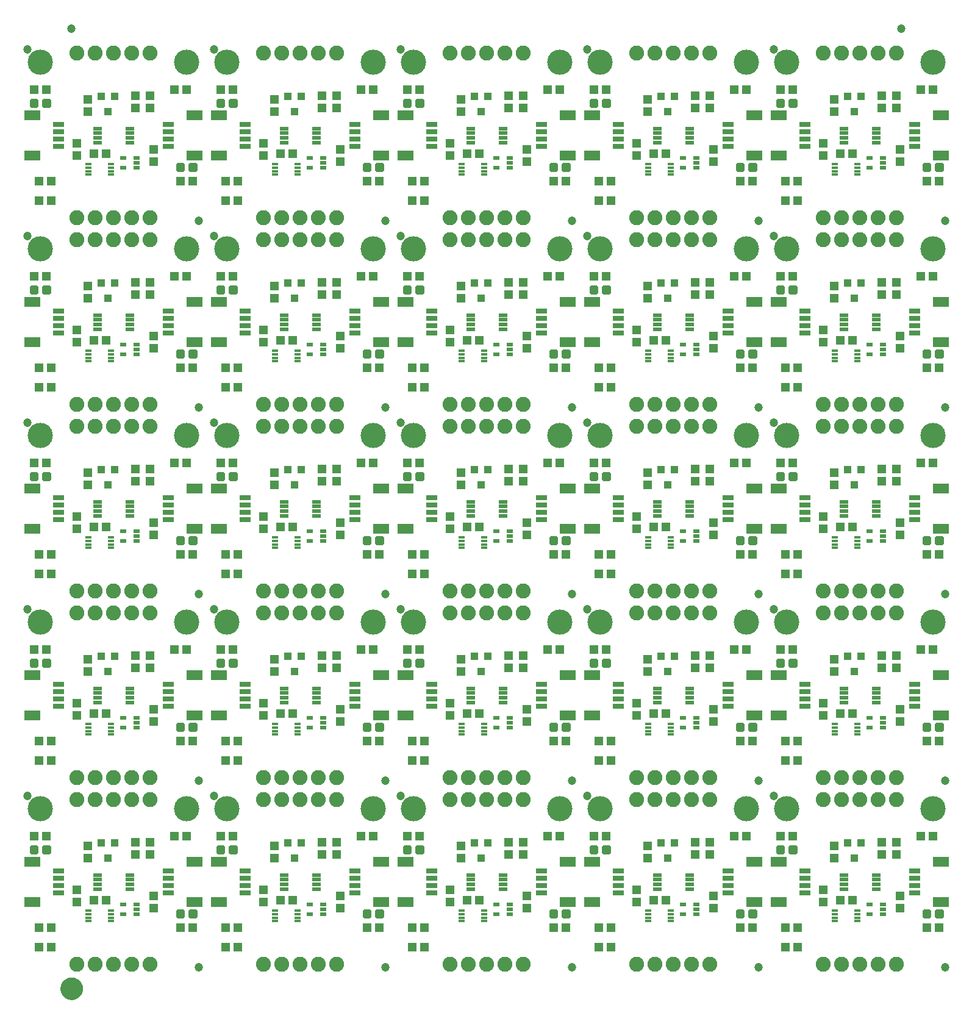
<source format=gts>
G04 EAGLE Gerber RS-274X export*
G75*
%MOMM*%
%FSLAX34Y34*%
%LPD*%
%INSoldermask Top*%
%IPPOS*%
%AMOC8*
5,1,8,0,0,1.08239X$1,22.5*%
G01*
%ADD10C,3.505200*%
%ADD11C,1.203200*%
%ADD12R,1.303200X1.203200*%
%ADD13R,2.203200X1.403200*%
%ADD14R,1.553200X0.803200*%
%ADD15C,2.082800*%
%ADD16C,0.505344*%
%ADD17R,1.203200X1.303200*%
%ADD18R,1.303200X0.603200*%
%ADD19R,1.003200X1.103200*%
%ADD20R,0.903200X0.623200*%
%ADD21R,0.900000X0.400000*%
%ADD22C,1.270000*%
%ADD23C,1.703200*%


D10*
X25400Y228600D03*
X228600Y228600D03*
D11*
X245110Y8890D03*
X7620Y246380D03*
D12*
X40250Y63500D03*
X23250Y63500D03*
X40250Y36830D03*
X23250Y36830D03*
D13*
X14050Y155000D03*
X14050Y99000D03*
D14*
X50800Y142000D03*
X50800Y132000D03*
X50800Y122000D03*
X50800Y112000D03*
D15*
X152400Y12700D03*
X127000Y12700D03*
X101600Y12700D03*
X76200Y12700D03*
D13*
X239950Y99000D03*
X239950Y155000D03*
D14*
X203200Y112000D03*
X203200Y122000D03*
X203200Y132000D03*
X203200Y142000D03*
D12*
X16900Y190500D03*
X33900Y190500D03*
D16*
X30680Y174940D02*
X30680Y167960D01*
X30680Y174940D02*
X37660Y174940D01*
X37660Y167960D01*
X30680Y167960D01*
X30680Y172760D02*
X37660Y172760D01*
X13140Y174940D02*
X13140Y167960D01*
X13140Y174940D02*
X20120Y174940D01*
X20120Y167960D01*
X13140Y167960D01*
X13140Y172760D02*
X20120Y172760D01*
D17*
X182880Y107560D03*
X182880Y90560D03*
D18*
X149500Y117250D03*
X149500Y123750D03*
X149500Y130250D03*
X149500Y136750D03*
X104500Y136750D03*
X104500Y130250D03*
X104500Y123750D03*
X104500Y117250D03*
D17*
X76200Y116450D03*
X76200Y99450D03*
D16*
X223320Y86040D02*
X223320Y79060D01*
X216340Y79060D01*
X216340Y86040D01*
X223320Y86040D01*
X223320Y83860D02*
X216340Y83860D01*
X240860Y86040D02*
X240860Y79060D01*
X233880Y79060D01*
X233880Y86040D01*
X240860Y86040D01*
X240860Y83860D02*
X233880Y83860D01*
D12*
X237100Y63500D03*
X220100Y63500D03*
D15*
X101600Y241300D03*
X127000Y241300D03*
X152400Y241300D03*
X177800Y241300D03*
D19*
X128880Y181450D03*
X109880Y181450D03*
X119380Y160450D03*
D17*
X157480Y165490D03*
X157480Y182490D03*
X91440Y160410D03*
X91440Y177410D03*
D20*
X140360Y82400D03*
X140360Y95400D03*
X159360Y82400D03*
X159360Y95400D03*
X159360Y88900D03*
D15*
X177800Y12700D03*
X76200Y241300D03*
D17*
X177800Y182490D03*
X177800Y165490D03*
D12*
X211210Y190500D03*
X228210Y190500D03*
D21*
X92450Y87510D03*
X92450Y82510D03*
X92450Y77510D03*
X92450Y72510D03*
X123450Y87510D03*
X123450Y82510D03*
X123450Y77510D03*
X123450Y72510D03*
D12*
X116450Y101600D03*
X99450Y101600D03*
D10*
X284480Y228600D03*
X487680Y228600D03*
D11*
X504190Y8890D03*
X266700Y246380D03*
D12*
X299330Y63500D03*
X282330Y63500D03*
X299330Y36830D03*
X282330Y36830D03*
D13*
X273130Y155000D03*
X273130Y99000D03*
D14*
X309880Y142000D03*
X309880Y132000D03*
X309880Y122000D03*
X309880Y112000D03*
D15*
X411480Y12700D03*
X386080Y12700D03*
X360680Y12700D03*
X335280Y12700D03*
D13*
X499030Y99000D03*
X499030Y155000D03*
D14*
X462280Y112000D03*
X462280Y122000D03*
X462280Y132000D03*
X462280Y142000D03*
D12*
X275980Y190500D03*
X292980Y190500D03*
D16*
X289760Y174940D02*
X289760Y167960D01*
X289760Y174940D02*
X296740Y174940D01*
X296740Y167960D01*
X289760Y167960D01*
X289760Y172760D02*
X296740Y172760D01*
X272220Y174940D02*
X272220Y167960D01*
X272220Y174940D02*
X279200Y174940D01*
X279200Y167960D01*
X272220Y167960D01*
X272220Y172760D02*
X279200Y172760D01*
D17*
X441960Y107560D03*
X441960Y90560D03*
D18*
X408580Y117250D03*
X408580Y123750D03*
X408580Y130250D03*
X408580Y136750D03*
X363580Y136750D03*
X363580Y130250D03*
X363580Y123750D03*
X363580Y117250D03*
D17*
X335280Y116450D03*
X335280Y99450D03*
D16*
X482400Y86040D02*
X482400Y79060D01*
X475420Y79060D01*
X475420Y86040D01*
X482400Y86040D01*
X482400Y83860D02*
X475420Y83860D01*
X499940Y86040D02*
X499940Y79060D01*
X492960Y79060D01*
X492960Y86040D01*
X499940Y86040D01*
X499940Y83860D02*
X492960Y83860D01*
D12*
X496180Y63500D03*
X479180Y63500D03*
D15*
X360680Y241300D03*
X386080Y241300D03*
X411480Y241300D03*
X436880Y241300D03*
D19*
X387960Y181450D03*
X368960Y181450D03*
X378460Y160450D03*
D17*
X416560Y165490D03*
X416560Y182490D03*
X350520Y160410D03*
X350520Y177410D03*
D20*
X399440Y82400D03*
X399440Y95400D03*
X418440Y82400D03*
X418440Y95400D03*
X418440Y88900D03*
D15*
X436880Y12700D03*
X335280Y241300D03*
D17*
X436880Y182490D03*
X436880Y165490D03*
D12*
X470290Y190500D03*
X487290Y190500D03*
D21*
X351530Y87510D03*
X351530Y82510D03*
X351530Y77510D03*
X351530Y72510D03*
X382530Y87510D03*
X382530Y82510D03*
X382530Y77510D03*
X382530Y72510D03*
D12*
X375530Y101600D03*
X358530Y101600D03*
D10*
X543560Y228600D03*
X746760Y228600D03*
D11*
X763270Y8890D03*
X525780Y246380D03*
D12*
X558410Y63500D03*
X541410Y63500D03*
X558410Y36830D03*
X541410Y36830D03*
D13*
X532210Y155000D03*
X532210Y99000D03*
D14*
X568960Y142000D03*
X568960Y132000D03*
X568960Y122000D03*
X568960Y112000D03*
D15*
X670560Y12700D03*
X645160Y12700D03*
X619760Y12700D03*
X594360Y12700D03*
D13*
X758110Y99000D03*
X758110Y155000D03*
D14*
X721360Y112000D03*
X721360Y122000D03*
X721360Y132000D03*
X721360Y142000D03*
D12*
X535060Y190500D03*
X552060Y190500D03*
D16*
X548840Y174940D02*
X548840Y167960D01*
X548840Y174940D02*
X555820Y174940D01*
X555820Y167960D01*
X548840Y167960D01*
X548840Y172760D02*
X555820Y172760D01*
X531300Y174940D02*
X531300Y167960D01*
X531300Y174940D02*
X538280Y174940D01*
X538280Y167960D01*
X531300Y167960D01*
X531300Y172760D02*
X538280Y172760D01*
D17*
X701040Y107560D03*
X701040Y90560D03*
D18*
X667660Y117250D03*
X667660Y123750D03*
X667660Y130250D03*
X667660Y136750D03*
X622660Y136750D03*
X622660Y130250D03*
X622660Y123750D03*
X622660Y117250D03*
D17*
X594360Y116450D03*
X594360Y99450D03*
D16*
X741480Y86040D02*
X741480Y79060D01*
X734500Y79060D01*
X734500Y86040D01*
X741480Y86040D01*
X741480Y83860D02*
X734500Y83860D01*
X759020Y86040D02*
X759020Y79060D01*
X752040Y79060D01*
X752040Y86040D01*
X759020Y86040D01*
X759020Y83860D02*
X752040Y83860D01*
D12*
X755260Y63500D03*
X738260Y63500D03*
D15*
X619760Y241300D03*
X645160Y241300D03*
X670560Y241300D03*
X695960Y241300D03*
D19*
X647040Y181450D03*
X628040Y181450D03*
X637540Y160450D03*
D17*
X675640Y165490D03*
X675640Y182490D03*
X609600Y160410D03*
X609600Y177410D03*
D20*
X658520Y82400D03*
X658520Y95400D03*
X677520Y82400D03*
X677520Y95400D03*
X677520Y88900D03*
D15*
X695960Y12700D03*
X594360Y241300D03*
D17*
X695960Y182490D03*
X695960Y165490D03*
D12*
X729370Y190500D03*
X746370Y190500D03*
D21*
X610610Y87510D03*
X610610Y82510D03*
X610610Y77510D03*
X610610Y72510D03*
X641610Y87510D03*
X641610Y82510D03*
X641610Y77510D03*
X641610Y72510D03*
D12*
X634610Y101600D03*
X617610Y101600D03*
D10*
X802640Y228600D03*
X1005840Y228600D03*
D11*
X1022350Y8890D03*
X784860Y246380D03*
D12*
X817490Y63500D03*
X800490Y63500D03*
X817490Y36830D03*
X800490Y36830D03*
D13*
X791290Y155000D03*
X791290Y99000D03*
D14*
X828040Y142000D03*
X828040Y132000D03*
X828040Y122000D03*
X828040Y112000D03*
D15*
X929640Y12700D03*
X904240Y12700D03*
X878840Y12700D03*
X853440Y12700D03*
D13*
X1017190Y99000D03*
X1017190Y155000D03*
D14*
X980440Y112000D03*
X980440Y122000D03*
X980440Y132000D03*
X980440Y142000D03*
D12*
X794140Y190500D03*
X811140Y190500D03*
D16*
X807920Y174940D02*
X807920Y167960D01*
X807920Y174940D02*
X814900Y174940D01*
X814900Y167960D01*
X807920Y167960D01*
X807920Y172760D02*
X814900Y172760D01*
X790380Y174940D02*
X790380Y167960D01*
X790380Y174940D02*
X797360Y174940D01*
X797360Y167960D01*
X790380Y167960D01*
X790380Y172760D02*
X797360Y172760D01*
D17*
X960120Y107560D03*
X960120Y90560D03*
D18*
X926740Y117250D03*
X926740Y123750D03*
X926740Y130250D03*
X926740Y136750D03*
X881740Y136750D03*
X881740Y130250D03*
X881740Y123750D03*
X881740Y117250D03*
D17*
X853440Y116450D03*
X853440Y99450D03*
D16*
X1000560Y86040D02*
X1000560Y79060D01*
X993580Y79060D01*
X993580Y86040D01*
X1000560Y86040D01*
X1000560Y83860D02*
X993580Y83860D01*
X1018100Y86040D02*
X1018100Y79060D01*
X1011120Y79060D01*
X1011120Y86040D01*
X1018100Y86040D01*
X1018100Y83860D02*
X1011120Y83860D01*
D12*
X1014340Y63500D03*
X997340Y63500D03*
D15*
X878840Y241300D03*
X904240Y241300D03*
X929640Y241300D03*
X955040Y241300D03*
D19*
X906120Y181450D03*
X887120Y181450D03*
X896620Y160450D03*
D17*
X934720Y165490D03*
X934720Y182490D03*
X868680Y160410D03*
X868680Y177410D03*
D20*
X917600Y82400D03*
X917600Y95400D03*
X936600Y82400D03*
X936600Y95400D03*
X936600Y88900D03*
D15*
X955040Y12700D03*
X853440Y241300D03*
D17*
X955040Y182490D03*
X955040Y165490D03*
D12*
X988450Y190500D03*
X1005450Y190500D03*
D21*
X869690Y87510D03*
X869690Y82510D03*
X869690Y77510D03*
X869690Y72510D03*
X900690Y87510D03*
X900690Y82510D03*
X900690Y77510D03*
X900690Y72510D03*
D12*
X893690Y101600D03*
X876690Y101600D03*
D10*
X1061720Y228600D03*
X1264920Y228600D03*
D11*
X1281430Y8890D03*
X1043940Y246380D03*
D12*
X1076570Y63500D03*
X1059570Y63500D03*
X1076570Y36830D03*
X1059570Y36830D03*
D13*
X1050370Y155000D03*
X1050370Y99000D03*
D14*
X1087120Y142000D03*
X1087120Y132000D03*
X1087120Y122000D03*
X1087120Y112000D03*
D15*
X1188720Y12700D03*
X1163320Y12700D03*
X1137920Y12700D03*
X1112520Y12700D03*
D13*
X1276270Y99000D03*
X1276270Y155000D03*
D14*
X1239520Y112000D03*
X1239520Y122000D03*
X1239520Y132000D03*
X1239520Y142000D03*
D12*
X1053220Y190500D03*
X1070220Y190500D03*
D16*
X1067000Y174940D02*
X1067000Y167960D01*
X1067000Y174940D02*
X1073980Y174940D01*
X1073980Y167960D01*
X1067000Y167960D01*
X1067000Y172760D02*
X1073980Y172760D01*
X1049460Y174940D02*
X1049460Y167960D01*
X1049460Y174940D02*
X1056440Y174940D01*
X1056440Y167960D01*
X1049460Y167960D01*
X1049460Y172760D02*
X1056440Y172760D01*
D17*
X1219200Y107560D03*
X1219200Y90560D03*
D18*
X1185820Y117250D03*
X1185820Y123750D03*
X1185820Y130250D03*
X1185820Y136750D03*
X1140820Y136750D03*
X1140820Y130250D03*
X1140820Y123750D03*
X1140820Y117250D03*
D17*
X1112520Y116450D03*
X1112520Y99450D03*
D16*
X1259640Y86040D02*
X1259640Y79060D01*
X1252660Y79060D01*
X1252660Y86040D01*
X1259640Y86040D01*
X1259640Y83860D02*
X1252660Y83860D01*
X1277180Y86040D02*
X1277180Y79060D01*
X1270200Y79060D01*
X1270200Y86040D01*
X1277180Y86040D01*
X1277180Y83860D02*
X1270200Y83860D01*
D12*
X1273420Y63500D03*
X1256420Y63500D03*
D15*
X1137920Y241300D03*
X1163320Y241300D03*
X1188720Y241300D03*
X1214120Y241300D03*
D19*
X1165200Y181450D03*
X1146200Y181450D03*
X1155700Y160450D03*
D17*
X1193800Y165490D03*
X1193800Y182490D03*
X1127760Y160410D03*
X1127760Y177410D03*
D20*
X1176680Y82400D03*
X1176680Y95400D03*
X1195680Y82400D03*
X1195680Y95400D03*
X1195680Y88900D03*
D15*
X1214120Y12700D03*
X1112520Y241300D03*
D17*
X1214120Y182490D03*
X1214120Y165490D03*
D12*
X1247530Y190500D03*
X1264530Y190500D03*
D21*
X1128770Y87510D03*
X1128770Y82510D03*
X1128770Y77510D03*
X1128770Y72510D03*
X1159770Y87510D03*
X1159770Y82510D03*
X1159770Y77510D03*
X1159770Y72510D03*
D12*
X1152770Y101600D03*
X1135770Y101600D03*
D10*
X25400Y487680D03*
X228600Y487680D03*
D11*
X245110Y267970D03*
X7620Y505460D03*
D12*
X40250Y322580D03*
X23250Y322580D03*
X40250Y295910D03*
X23250Y295910D03*
D13*
X14050Y414080D03*
X14050Y358080D03*
D14*
X50800Y401080D03*
X50800Y391080D03*
X50800Y381080D03*
X50800Y371080D03*
D15*
X152400Y271780D03*
X127000Y271780D03*
X101600Y271780D03*
X76200Y271780D03*
D13*
X239950Y358080D03*
X239950Y414080D03*
D14*
X203200Y371080D03*
X203200Y381080D03*
X203200Y391080D03*
X203200Y401080D03*
D12*
X16900Y449580D03*
X33900Y449580D03*
D16*
X30680Y434020D02*
X30680Y427040D01*
X30680Y434020D02*
X37660Y434020D01*
X37660Y427040D01*
X30680Y427040D01*
X30680Y431840D02*
X37660Y431840D01*
X13140Y434020D02*
X13140Y427040D01*
X13140Y434020D02*
X20120Y434020D01*
X20120Y427040D01*
X13140Y427040D01*
X13140Y431840D02*
X20120Y431840D01*
D17*
X182880Y366640D03*
X182880Y349640D03*
D18*
X149500Y376330D03*
X149500Y382830D03*
X149500Y389330D03*
X149500Y395830D03*
X104500Y395830D03*
X104500Y389330D03*
X104500Y382830D03*
X104500Y376330D03*
D17*
X76200Y375530D03*
X76200Y358530D03*
D16*
X223320Y345120D02*
X223320Y338140D01*
X216340Y338140D01*
X216340Y345120D01*
X223320Y345120D01*
X223320Y342940D02*
X216340Y342940D01*
X240860Y345120D02*
X240860Y338140D01*
X233880Y338140D01*
X233880Y345120D01*
X240860Y345120D01*
X240860Y342940D02*
X233880Y342940D01*
D12*
X237100Y322580D03*
X220100Y322580D03*
D15*
X101600Y500380D03*
X127000Y500380D03*
X152400Y500380D03*
X177800Y500380D03*
D19*
X128880Y440530D03*
X109880Y440530D03*
X119380Y419530D03*
D17*
X157480Y424570D03*
X157480Y441570D03*
X91440Y419490D03*
X91440Y436490D03*
D20*
X140360Y341480D03*
X140360Y354480D03*
X159360Y341480D03*
X159360Y354480D03*
X159360Y347980D03*
D15*
X177800Y271780D03*
X76200Y500380D03*
D17*
X177800Y441570D03*
X177800Y424570D03*
D12*
X211210Y449580D03*
X228210Y449580D03*
D21*
X92450Y346590D03*
X92450Y341590D03*
X92450Y336590D03*
X92450Y331590D03*
X123450Y346590D03*
X123450Y341590D03*
X123450Y336590D03*
X123450Y331590D03*
D12*
X116450Y360680D03*
X99450Y360680D03*
D10*
X284480Y487680D03*
X487680Y487680D03*
D11*
X504190Y267970D03*
X266700Y505460D03*
D12*
X299330Y322580D03*
X282330Y322580D03*
X299330Y295910D03*
X282330Y295910D03*
D13*
X273130Y414080D03*
X273130Y358080D03*
D14*
X309880Y401080D03*
X309880Y391080D03*
X309880Y381080D03*
X309880Y371080D03*
D15*
X411480Y271780D03*
X386080Y271780D03*
X360680Y271780D03*
X335280Y271780D03*
D13*
X499030Y358080D03*
X499030Y414080D03*
D14*
X462280Y371080D03*
X462280Y381080D03*
X462280Y391080D03*
X462280Y401080D03*
D12*
X275980Y449580D03*
X292980Y449580D03*
D16*
X289760Y434020D02*
X289760Y427040D01*
X289760Y434020D02*
X296740Y434020D01*
X296740Y427040D01*
X289760Y427040D01*
X289760Y431840D02*
X296740Y431840D01*
X272220Y434020D02*
X272220Y427040D01*
X272220Y434020D02*
X279200Y434020D01*
X279200Y427040D01*
X272220Y427040D01*
X272220Y431840D02*
X279200Y431840D01*
D17*
X441960Y366640D03*
X441960Y349640D03*
D18*
X408580Y376330D03*
X408580Y382830D03*
X408580Y389330D03*
X408580Y395830D03*
X363580Y395830D03*
X363580Y389330D03*
X363580Y382830D03*
X363580Y376330D03*
D17*
X335280Y375530D03*
X335280Y358530D03*
D16*
X482400Y345120D02*
X482400Y338140D01*
X475420Y338140D01*
X475420Y345120D01*
X482400Y345120D01*
X482400Y342940D02*
X475420Y342940D01*
X499940Y345120D02*
X499940Y338140D01*
X492960Y338140D01*
X492960Y345120D01*
X499940Y345120D01*
X499940Y342940D02*
X492960Y342940D01*
D12*
X496180Y322580D03*
X479180Y322580D03*
D15*
X360680Y500380D03*
X386080Y500380D03*
X411480Y500380D03*
X436880Y500380D03*
D19*
X387960Y440530D03*
X368960Y440530D03*
X378460Y419530D03*
D17*
X416560Y424570D03*
X416560Y441570D03*
X350520Y419490D03*
X350520Y436490D03*
D20*
X399440Y341480D03*
X399440Y354480D03*
X418440Y341480D03*
X418440Y354480D03*
X418440Y347980D03*
D15*
X436880Y271780D03*
X335280Y500380D03*
D17*
X436880Y441570D03*
X436880Y424570D03*
D12*
X470290Y449580D03*
X487290Y449580D03*
D21*
X351530Y346590D03*
X351530Y341590D03*
X351530Y336590D03*
X351530Y331590D03*
X382530Y346590D03*
X382530Y341590D03*
X382530Y336590D03*
X382530Y331590D03*
D12*
X375530Y360680D03*
X358530Y360680D03*
D10*
X543560Y487680D03*
X746760Y487680D03*
D11*
X763270Y267970D03*
X525780Y505460D03*
D12*
X558410Y322580D03*
X541410Y322580D03*
X558410Y295910D03*
X541410Y295910D03*
D13*
X532210Y414080D03*
X532210Y358080D03*
D14*
X568960Y401080D03*
X568960Y391080D03*
X568960Y381080D03*
X568960Y371080D03*
D15*
X670560Y271780D03*
X645160Y271780D03*
X619760Y271780D03*
X594360Y271780D03*
D13*
X758110Y358080D03*
X758110Y414080D03*
D14*
X721360Y371080D03*
X721360Y381080D03*
X721360Y391080D03*
X721360Y401080D03*
D12*
X535060Y449580D03*
X552060Y449580D03*
D16*
X548840Y434020D02*
X548840Y427040D01*
X548840Y434020D02*
X555820Y434020D01*
X555820Y427040D01*
X548840Y427040D01*
X548840Y431840D02*
X555820Y431840D01*
X531300Y434020D02*
X531300Y427040D01*
X531300Y434020D02*
X538280Y434020D01*
X538280Y427040D01*
X531300Y427040D01*
X531300Y431840D02*
X538280Y431840D01*
D17*
X701040Y366640D03*
X701040Y349640D03*
D18*
X667660Y376330D03*
X667660Y382830D03*
X667660Y389330D03*
X667660Y395830D03*
X622660Y395830D03*
X622660Y389330D03*
X622660Y382830D03*
X622660Y376330D03*
D17*
X594360Y375530D03*
X594360Y358530D03*
D16*
X741480Y345120D02*
X741480Y338140D01*
X734500Y338140D01*
X734500Y345120D01*
X741480Y345120D01*
X741480Y342940D02*
X734500Y342940D01*
X759020Y345120D02*
X759020Y338140D01*
X752040Y338140D01*
X752040Y345120D01*
X759020Y345120D01*
X759020Y342940D02*
X752040Y342940D01*
D12*
X755260Y322580D03*
X738260Y322580D03*
D15*
X619760Y500380D03*
X645160Y500380D03*
X670560Y500380D03*
X695960Y500380D03*
D19*
X647040Y440530D03*
X628040Y440530D03*
X637540Y419530D03*
D17*
X675640Y424570D03*
X675640Y441570D03*
X609600Y419490D03*
X609600Y436490D03*
D20*
X658520Y341480D03*
X658520Y354480D03*
X677520Y341480D03*
X677520Y354480D03*
X677520Y347980D03*
D15*
X695960Y271780D03*
X594360Y500380D03*
D17*
X695960Y441570D03*
X695960Y424570D03*
D12*
X729370Y449580D03*
X746370Y449580D03*
D21*
X610610Y346590D03*
X610610Y341590D03*
X610610Y336590D03*
X610610Y331590D03*
X641610Y346590D03*
X641610Y341590D03*
X641610Y336590D03*
X641610Y331590D03*
D12*
X634610Y360680D03*
X617610Y360680D03*
D10*
X802640Y487680D03*
X1005840Y487680D03*
D11*
X1022350Y267970D03*
X784860Y505460D03*
D12*
X817490Y322580D03*
X800490Y322580D03*
X817490Y295910D03*
X800490Y295910D03*
D13*
X791290Y414080D03*
X791290Y358080D03*
D14*
X828040Y401080D03*
X828040Y391080D03*
X828040Y381080D03*
X828040Y371080D03*
D15*
X929640Y271780D03*
X904240Y271780D03*
X878840Y271780D03*
X853440Y271780D03*
D13*
X1017190Y358080D03*
X1017190Y414080D03*
D14*
X980440Y371080D03*
X980440Y381080D03*
X980440Y391080D03*
X980440Y401080D03*
D12*
X794140Y449580D03*
X811140Y449580D03*
D16*
X807920Y434020D02*
X807920Y427040D01*
X807920Y434020D02*
X814900Y434020D01*
X814900Y427040D01*
X807920Y427040D01*
X807920Y431840D02*
X814900Y431840D01*
X790380Y434020D02*
X790380Y427040D01*
X790380Y434020D02*
X797360Y434020D01*
X797360Y427040D01*
X790380Y427040D01*
X790380Y431840D02*
X797360Y431840D01*
D17*
X960120Y366640D03*
X960120Y349640D03*
D18*
X926740Y376330D03*
X926740Y382830D03*
X926740Y389330D03*
X926740Y395830D03*
X881740Y395830D03*
X881740Y389330D03*
X881740Y382830D03*
X881740Y376330D03*
D17*
X853440Y375530D03*
X853440Y358530D03*
D16*
X1000560Y345120D02*
X1000560Y338140D01*
X993580Y338140D01*
X993580Y345120D01*
X1000560Y345120D01*
X1000560Y342940D02*
X993580Y342940D01*
X1018100Y345120D02*
X1018100Y338140D01*
X1011120Y338140D01*
X1011120Y345120D01*
X1018100Y345120D01*
X1018100Y342940D02*
X1011120Y342940D01*
D12*
X1014340Y322580D03*
X997340Y322580D03*
D15*
X878840Y500380D03*
X904240Y500380D03*
X929640Y500380D03*
X955040Y500380D03*
D19*
X906120Y440530D03*
X887120Y440530D03*
X896620Y419530D03*
D17*
X934720Y424570D03*
X934720Y441570D03*
X868680Y419490D03*
X868680Y436490D03*
D20*
X917600Y341480D03*
X917600Y354480D03*
X936600Y341480D03*
X936600Y354480D03*
X936600Y347980D03*
D15*
X955040Y271780D03*
X853440Y500380D03*
D17*
X955040Y441570D03*
X955040Y424570D03*
D12*
X988450Y449580D03*
X1005450Y449580D03*
D21*
X869690Y346590D03*
X869690Y341590D03*
X869690Y336590D03*
X869690Y331590D03*
X900690Y346590D03*
X900690Y341590D03*
X900690Y336590D03*
X900690Y331590D03*
D12*
X893690Y360680D03*
X876690Y360680D03*
D10*
X1061720Y487680D03*
X1264920Y487680D03*
D11*
X1281430Y267970D03*
X1043940Y505460D03*
D12*
X1076570Y322580D03*
X1059570Y322580D03*
X1076570Y295910D03*
X1059570Y295910D03*
D13*
X1050370Y414080D03*
X1050370Y358080D03*
D14*
X1087120Y401080D03*
X1087120Y391080D03*
X1087120Y381080D03*
X1087120Y371080D03*
D15*
X1188720Y271780D03*
X1163320Y271780D03*
X1137920Y271780D03*
X1112520Y271780D03*
D13*
X1276270Y358080D03*
X1276270Y414080D03*
D14*
X1239520Y371080D03*
X1239520Y381080D03*
X1239520Y391080D03*
X1239520Y401080D03*
D12*
X1053220Y449580D03*
X1070220Y449580D03*
D16*
X1067000Y434020D02*
X1067000Y427040D01*
X1067000Y434020D02*
X1073980Y434020D01*
X1073980Y427040D01*
X1067000Y427040D01*
X1067000Y431840D02*
X1073980Y431840D01*
X1049460Y434020D02*
X1049460Y427040D01*
X1049460Y434020D02*
X1056440Y434020D01*
X1056440Y427040D01*
X1049460Y427040D01*
X1049460Y431840D02*
X1056440Y431840D01*
D17*
X1219200Y366640D03*
X1219200Y349640D03*
D18*
X1185820Y376330D03*
X1185820Y382830D03*
X1185820Y389330D03*
X1185820Y395830D03*
X1140820Y395830D03*
X1140820Y389330D03*
X1140820Y382830D03*
X1140820Y376330D03*
D17*
X1112520Y375530D03*
X1112520Y358530D03*
D16*
X1259640Y345120D02*
X1259640Y338140D01*
X1252660Y338140D01*
X1252660Y345120D01*
X1259640Y345120D01*
X1259640Y342940D02*
X1252660Y342940D01*
X1277180Y345120D02*
X1277180Y338140D01*
X1270200Y338140D01*
X1270200Y345120D01*
X1277180Y345120D01*
X1277180Y342940D02*
X1270200Y342940D01*
D12*
X1273420Y322580D03*
X1256420Y322580D03*
D15*
X1137920Y500380D03*
X1163320Y500380D03*
X1188720Y500380D03*
X1214120Y500380D03*
D19*
X1165200Y440530D03*
X1146200Y440530D03*
X1155700Y419530D03*
D17*
X1193800Y424570D03*
X1193800Y441570D03*
X1127760Y419490D03*
X1127760Y436490D03*
D20*
X1176680Y341480D03*
X1176680Y354480D03*
X1195680Y341480D03*
X1195680Y354480D03*
X1195680Y347980D03*
D15*
X1214120Y271780D03*
X1112520Y500380D03*
D17*
X1214120Y441570D03*
X1214120Y424570D03*
D12*
X1247530Y449580D03*
X1264530Y449580D03*
D21*
X1128770Y346590D03*
X1128770Y341590D03*
X1128770Y336590D03*
X1128770Y331590D03*
X1159770Y346590D03*
X1159770Y341590D03*
X1159770Y336590D03*
X1159770Y331590D03*
D12*
X1152770Y360680D03*
X1135770Y360680D03*
D10*
X25400Y746760D03*
X228600Y746760D03*
D11*
X245110Y527050D03*
X7620Y764540D03*
D12*
X40250Y581660D03*
X23250Y581660D03*
X40250Y554990D03*
X23250Y554990D03*
D13*
X14050Y673160D03*
X14050Y617160D03*
D14*
X50800Y660160D03*
X50800Y650160D03*
X50800Y640160D03*
X50800Y630160D03*
D15*
X152400Y530860D03*
X127000Y530860D03*
X101600Y530860D03*
X76200Y530860D03*
D13*
X239950Y617160D03*
X239950Y673160D03*
D14*
X203200Y630160D03*
X203200Y640160D03*
X203200Y650160D03*
X203200Y660160D03*
D12*
X16900Y708660D03*
X33900Y708660D03*
D16*
X30680Y693100D02*
X30680Y686120D01*
X30680Y693100D02*
X37660Y693100D01*
X37660Y686120D01*
X30680Y686120D01*
X30680Y690920D02*
X37660Y690920D01*
X13140Y693100D02*
X13140Y686120D01*
X13140Y693100D02*
X20120Y693100D01*
X20120Y686120D01*
X13140Y686120D01*
X13140Y690920D02*
X20120Y690920D01*
D17*
X182880Y625720D03*
X182880Y608720D03*
D18*
X149500Y635410D03*
X149500Y641910D03*
X149500Y648410D03*
X149500Y654910D03*
X104500Y654910D03*
X104500Y648410D03*
X104500Y641910D03*
X104500Y635410D03*
D17*
X76200Y634610D03*
X76200Y617610D03*
D16*
X223320Y604200D02*
X223320Y597220D01*
X216340Y597220D01*
X216340Y604200D01*
X223320Y604200D01*
X223320Y602020D02*
X216340Y602020D01*
X240860Y604200D02*
X240860Y597220D01*
X233880Y597220D01*
X233880Y604200D01*
X240860Y604200D01*
X240860Y602020D02*
X233880Y602020D01*
D12*
X237100Y581660D03*
X220100Y581660D03*
D15*
X101600Y759460D03*
X127000Y759460D03*
X152400Y759460D03*
X177800Y759460D03*
D19*
X128880Y699610D03*
X109880Y699610D03*
X119380Y678610D03*
D17*
X157480Y683650D03*
X157480Y700650D03*
X91440Y678570D03*
X91440Y695570D03*
D20*
X140360Y600560D03*
X140360Y613560D03*
X159360Y600560D03*
X159360Y613560D03*
X159360Y607060D03*
D15*
X177800Y530860D03*
X76200Y759460D03*
D17*
X177800Y700650D03*
X177800Y683650D03*
D12*
X211210Y708660D03*
X228210Y708660D03*
D21*
X92450Y605670D03*
X92450Y600670D03*
X92450Y595670D03*
X92450Y590670D03*
X123450Y605670D03*
X123450Y600670D03*
X123450Y595670D03*
X123450Y590670D03*
D12*
X116450Y619760D03*
X99450Y619760D03*
D10*
X284480Y746760D03*
X487680Y746760D03*
D11*
X504190Y527050D03*
X266700Y764540D03*
D12*
X299330Y581660D03*
X282330Y581660D03*
X299330Y554990D03*
X282330Y554990D03*
D13*
X273130Y673160D03*
X273130Y617160D03*
D14*
X309880Y660160D03*
X309880Y650160D03*
X309880Y640160D03*
X309880Y630160D03*
D15*
X411480Y530860D03*
X386080Y530860D03*
X360680Y530860D03*
X335280Y530860D03*
D13*
X499030Y617160D03*
X499030Y673160D03*
D14*
X462280Y630160D03*
X462280Y640160D03*
X462280Y650160D03*
X462280Y660160D03*
D12*
X275980Y708660D03*
X292980Y708660D03*
D16*
X289760Y693100D02*
X289760Y686120D01*
X289760Y693100D02*
X296740Y693100D01*
X296740Y686120D01*
X289760Y686120D01*
X289760Y690920D02*
X296740Y690920D01*
X272220Y693100D02*
X272220Y686120D01*
X272220Y693100D02*
X279200Y693100D01*
X279200Y686120D01*
X272220Y686120D01*
X272220Y690920D02*
X279200Y690920D01*
D17*
X441960Y625720D03*
X441960Y608720D03*
D18*
X408580Y635410D03*
X408580Y641910D03*
X408580Y648410D03*
X408580Y654910D03*
X363580Y654910D03*
X363580Y648410D03*
X363580Y641910D03*
X363580Y635410D03*
D17*
X335280Y634610D03*
X335280Y617610D03*
D16*
X482400Y604200D02*
X482400Y597220D01*
X475420Y597220D01*
X475420Y604200D01*
X482400Y604200D01*
X482400Y602020D02*
X475420Y602020D01*
X499940Y604200D02*
X499940Y597220D01*
X492960Y597220D01*
X492960Y604200D01*
X499940Y604200D01*
X499940Y602020D02*
X492960Y602020D01*
D12*
X496180Y581660D03*
X479180Y581660D03*
D15*
X360680Y759460D03*
X386080Y759460D03*
X411480Y759460D03*
X436880Y759460D03*
D19*
X387960Y699610D03*
X368960Y699610D03*
X378460Y678610D03*
D17*
X416560Y683650D03*
X416560Y700650D03*
X350520Y678570D03*
X350520Y695570D03*
D20*
X399440Y600560D03*
X399440Y613560D03*
X418440Y600560D03*
X418440Y613560D03*
X418440Y607060D03*
D15*
X436880Y530860D03*
X335280Y759460D03*
D17*
X436880Y700650D03*
X436880Y683650D03*
D12*
X470290Y708660D03*
X487290Y708660D03*
D21*
X351530Y605670D03*
X351530Y600670D03*
X351530Y595670D03*
X351530Y590670D03*
X382530Y605670D03*
X382530Y600670D03*
X382530Y595670D03*
X382530Y590670D03*
D12*
X375530Y619760D03*
X358530Y619760D03*
D10*
X543560Y746760D03*
X746760Y746760D03*
D11*
X763270Y527050D03*
X525780Y764540D03*
D12*
X558410Y581660D03*
X541410Y581660D03*
X558410Y554990D03*
X541410Y554990D03*
D13*
X532210Y673160D03*
X532210Y617160D03*
D14*
X568960Y660160D03*
X568960Y650160D03*
X568960Y640160D03*
X568960Y630160D03*
D15*
X670560Y530860D03*
X645160Y530860D03*
X619760Y530860D03*
X594360Y530860D03*
D13*
X758110Y617160D03*
X758110Y673160D03*
D14*
X721360Y630160D03*
X721360Y640160D03*
X721360Y650160D03*
X721360Y660160D03*
D12*
X535060Y708660D03*
X552060Y708660D03*
D16*
X548840Y693100D02*
X548840Y686120D01*
X548840Y693100D02*
X555820Y693100D01*
X555820Y686120D01*
X548840Y686120D01*
X548840Y690920D02*
X555820Y690920D01*
X531300Y693100D02*
X531300Y686120D01*
X531300Y693100D02*
X538280Y693100D01*
X538280Y686120D01*
X531300Y686120D01*
X531300Y690920D02*
X538280Y690920D01*
D17*
X701040Y625720D03*
X701040Y608720D03*
D18*
X667660Y635410D03*
X667660Y641910D03*
X667660Y648410D03*
X667660Y654910D03*
X622660Y654910D03*
X622660Y648410D03*
X622660Y641910D03*
X622660Y635410D03*
D17*
X594360Y634610D03*
X594360Y617610D03*
D16*
X741480Y604200D02*
X741480Y597220D01*
X734500Y597220D01*
X734500Y604200D01*
X741480Y604200D01*
X741480Y602020D02*
X734500Y602020D01*
X759020Y604200D02*
X759020Y597220D01*
X752040Y597220D01*
X752040Y604200D01*
X759020Y604200D01*
X759020Y602020D02*
X752040Y602020D01*
D12*
X755260Y581660D03*
X738260Y581660D03*
D15*
X619760Y759460D03*
X645160Y759460D03*
X670560Y759460D03*
X695960Y759460D03*
D19*
X647040Y699610D03*
X628040Y699610D03*
X637540Y678610D03*
D17*
X675640Y683650D03*
X675640Y700650D03*
X609600Y678570D03*
X609600Y695570D03*
D20*
X658520Y600560D03*
X658520Y613560D03*
X677520Y600560D03*
X677520Y613560D03*
X677520Y607060D03*
D15*
X695960Y530860D03*
X594360Y759460D03*
D17*
X695960Y700650D03*
X695960Y683650D03*
D12*
X729370Y708660D03*
X746370Y708660D03*
D21*
X610610Y605670D03*
X610610Y600670D03*
X610610Y595670D03*
X610610Y590670D03*
X641610Y605670D03*
X641610Y600670D03*
X641610Y595670D03*
X641610Y590670D03*
D12*
X634610Y619760D03*
X617610Y619760D03*
D10*
X802640Y746760D03*
X1005840Y746760D03*
D11*
X1022350Y527050D03*
X784860Y764540D03*
D12*
X817490Y581660D03*
X800490Y581660D03*
X817490Y554990D03*
X800490Y554990D03*
D13*
X791290Y673160D03*
X791290Y617160D03*
D14*
X828040Y660160D03*
X828040Y650160D03*
X828040Y640160D03*
X828040Y630160D03*
D15*
X929640Y530860D03*
X904240Y530860D03*
X878840Y530860D03*
X853440Y530860D03*
D13*
X1017190Y617160D03*
X1017190Y673160D03*
D14*
X980440Y630160D03*
X980440Y640160D03*
X980440Y650160D03*
X980440Y660160D03*
D12*
X794140Y708660D03*
X811140Y708660D03*
D16*
X807920Y693100D02*
X807920Y686120D01*
X807920Y693100D02*
X814900Y693100D01*
X814900Y686120D01*
X807920Y686120D01*
X807920Y690920D02*
X814900Y690920D01*
X790380Y693100D02*
X790380Y686120D01*
X790380Y693100D02*
X797360Y693100D01*
X797360Y686120D01*
X790380Y686120D01*
X790380Y690920D02*
X797360Y690920D01*
D17*
X960120Y625720D03*
X960120Y608720D03*
D18*
X926740Y635410D03*
X926740Y641910D03*
X926740Y648410D03*
X926740Y654910D03*
X881740Y654910D03*
X881740Y648410D03*
X881740Y641910D03*
X881740Y635410D03*
D17*
X853440Y634610D03*
X853440Y617610D03*
D16*
X1000560Y604200D02*
X1000560Y597220D01*
X993580Y597220D01*
X993580Y604200D01*
X1000560Y604200D01*
X1000560Y602020D02*
X993580Y602020D01*
X1018100Y604200D02*
X1018100Y597220D01*
X1011120Y597220D01*
X1011120Y604200D01*
X1018100Y604200D01*
X1018100Y602020D02*
X1011120Y602020D01*
D12*
X1014340Y581660D03*
X997340Y581660D03*
D15*
X878840Y759460D03*
X904240Y759460D03*
X929640Y759460D03*
X955040Y759460D03*
D19*
X906120Y699610D03*
X887120Y699610D03*
X896620Y678610D03*
D17*
X934720Y683650D03*
X934720Y700650D03*
X868680Y678570D03*
X868680Y695570D03*
D20*
X917600Y600560D03*
X917600Y613560D03*
X936600Y600560D03*
X936600Y613560D03*
X936600Y607060D03*
D15*
X955040Y530860D03*
X853440Y759460D03*
D17*
X955040Y700650D03*
X955040Y683650D03*
D12*
X988450Y708660D03*
X1005450Y708660D03*
D21*
X869690Y605670D03*
X869690Y600670D03*
X869690Y595670D03*
X869690Y590670D03*
X900690Y605670D03*
X900690Y600670D03*
X900690Y595670D03*
X900690Y590670D03*
D12*
X893690Y619760D03*
X876690Y619760D03*
D10*
X1061720Y746760D03*
X1264920Y746760D03*
D11*
X1281430Y527050D03*
X1043940Y764540D03*
D12*
X1076570Y581660D03*
X1059570Y581660D03*
X1076570Y554990D03*
X1059570Y554990D03*
D13*
X1050370Y673160D03*
X1050370Y617160D03*
D14*
X1087120Y660160D03*
X1087120Y650160D03*
X1087120Y640160D03*
X1087120Y630160D03*
D15*
X1188720Y530860D03*
X1163320Y530860D03*
X1137920Y530860D03*
X1112520Y530860D03*
D13*
X1276270Y617160D03*
X1276270Y673160D03*
D14*
X1239520Y630160D03*
X1239520Y640160D03*
X1239520Y650160D03*
X1239520Y660160D03*
D12*
X1053220Y708660D03*
X1070220Y708660D03*
D16*
X1067000Y693100D02*
X1067000Y686120D01*
X1067000Y693100D02*
X1073980Y693100D01*
X1073980Y686120D01*
X1067000Y686120D01*
X1067000Y690920D02*
X1073980Y690920D01*
X1049460Y693100D02*
X1049460Y686120D01*
X1049460Y693100D02*
X1056440Y693100D01*
X1056440Y686120D01*
X1049460Y686120D01*
X1049460Y690920D02*
X1056440Y690920D01*
D17*
X1219200Y625720D03*
X1219200Y608720D03*
D18*
X1185820Y635410D03*
X1185820Y641910D03*
X1185820Y648410D03*
X1185820Y654910D03*
X1140820Y654910D03*
X1140820Y648410D03*
X1140820Y641910D03*
X1140820Y635410D03*
D17*
X1112520Y634610D03*
X1112520Y617610D03*
D16*
X1259640Y604200D02*
X1259640Y597220D01*
X1252660Y597220D01*
X1252660Y604200D01*
X1259640Y604200D01*
X1259640Y602020D02*
X1252660Y602020D01*
X1277180Y604200D02*
X1277180Y597220D01*
X1270200Y597220D01*
X1270200Y604200D01*
X1277180Y604200D01*
X1277180Y602020D02*
X1270200Y602020D01*
D12*
X1273420Y581660D03*
X1256420Y581660D03*
D15*
X1137920Y759460D03*
X1163320Y759460D03*
X1188720Y759460D03*
X1214120Y759460D03*
D19*
X1165200Y699610D03*
X1146200Y699610D03*
X1155700Y678610D03*
D17*
X1193800Y683650D03*
X1193800Y700650D03*
X1127760Y678570D03*
X1127760Y695570D03*
D20*
X1176680Y600560D03*
X1176680Y613560D03*
X1195680Y600560D03*
X1195680Y613560D03*
X1195680Y607060D03*
D15*
X1214120Y530860D03*
X1112520Y759460D03*
D17*
X1214120Y700650D03*
X1214120Y683650D03*
D12*
X1247530Y708660D03*
X1264530Y708660D03*
D21*
X1128770Y605670D03*
X1128770Y600670D03*
X1128770Y595670D03*
X1128770Y590670D03*
X1159770Y605670D03*
X1159770Y600670D03*
X1159770Y595670D03*
X1159770Y590670D03*
D12*
X1152770Y619760D03*
X1135770Y619760D03*
D10*
X25400Y1005840D03*
X228600Y1005840D03*
D11*
X245110Y786130D03*
X7620Y1023620D03*
D12*
X40250Y840740D03*
X23250Y840740D03*
X40250Y814070D03*
X23250Y814070D03*
D13*
X14050Y932240D03*
X14050Y876240D03*
D14*
X50800Y919240D03*
X50800Y909240D03*
X50800Y899240D03*
X50800Y889240D03*
D15*
X152400Y789940D03*
X127000Y789940D03*
X101600Y789940D03*
X76200Y789940D03*
D13*
X239950Y876240D03*
X239950Y932240D03*
D14*
X203200Y889240D03*
X203200Y899240D03*
X203200Y909240D03*
X203200Y919240D03*
D12*
X16900Y967740D03*
X33900Y967740D03*
D16*
X30680Y952180D02*
X30680Y945200D01*
X30680Y952180D02*
X37660Y952180D01*
X37660Y945200D01*
X30680Y945200D01*
X30680Y950000D02*
X37660Y950000D01*
X13140Y952180D02*
X13140Y945200D01*
X13140Y952180D02*
X20120Y952180D01*
X20120Y945200D01*
X13140Y945200D01*
X13140Y950000D02*
X20120Y950000D01*
D17*
X182880Y884800D03*
X182880Y867800D03*
D18*
X149500Y894490D03*
X149500Y900990D03*
X149500Y907490D03*
X149500Y913990D03*
X104500Y913990D03*
X104500Y907490D03*
X104500Y900990D03*
X104500Y894490D03*
D17*
X76200Y893690D03*
X76200Y876690D03*
D16*
X223320Y863280D02*
X223320Y856300D01*
X216340Y856300D01*
X216340Y863280D01*
X223320Y863280D01*
X223320Y861100D02*
X216340Y861100D01*
X240860Y863280D02*
X240860Y856300D01*
X233880Y856300D01*
X233880Y863280D01*
X240860Y863280D01*
X240860Y861100D02*
X233880Y861100D01*
D12*
X237100Y840740D03*
X220100Y840740D03*
D15*
X101600Y1018540D03*
X127000Y1018540D03*
X152400Y1018540D03*
X177800Y1018540D03*
D19*
X128880Y958690D03*
X109880Y958690D03*
X119380Y937690D03*
D17*
X157480Y942730D03*
X157480Y959730D03*
X91440Y937650D03*
X91440Y954650D03*
D20*
X140360Y859640D03*
X140360Y872640D03*
X159360Y859640D03*
X159360Y872640D03*
X159360Y866140D03*
D15*
X177800Y789940D03*
X76200Y1018540D03*
D17*
X177800Y959730D03*
X177800Y942730D03*
D12*
X211210Y967740D03*
X228210Y967740D03*
D21*
X92450Y864750D03*
X92450Y859750D03*
X92450Y854750D03*
X92450Y849750D03*
X123450Y864750D03*
X123450Y859750D03*
X123450Y854750D03*
X123450Y849750D03*
D12*
X116450Y878840D03*
X99450Y878840D03*
D10*
X284480Y1005840D03*
X487680Y1005840D03*
D11*
X504190Y786130D03*
X266700Y1023620D03*
D12*
X299330Y840740D03*
X282330Y840740D03*
X299330Y814070D03*
X282330Y814070D03*
D13*
X273130Y932240D03*
X273130Y876240D03*
D14*
X309880Y919240D03*
X309880Y909240D03*
X309880Y899240D03*
X309880Y889240D03*
D15*
X411480Y789940D03*
X386080Y789940D03*
X360680Y789940D03*
X335280Y789940D03*
D13*
X499030Y876240D03*
X499030Y932240D03*
D14*
X462280Y889240D03*
X462280Y899240D03*
X462280Y909240D03*
X462280Y919240D03*
D12*
X275980Y967740D03*
X292980Y967740D03*
D16*
X289760Y952180D02*
X289760Y945200D01*
X289760Y952180D02*
X296740Y952180D01*
X296740Y945200D01*
X289760Y945200D01*
X289760Y950000D02*
X296740Y950000D01*
X272220Y952180D02*
X272220Y945200D01*
X272220Y952180D02*
X279200Y952180D01*
X279200Y945200D01*
X272220Y945200D01*
X272220Y950000D02*
X279200Y950000D01*
D17*
X441960Y884800D03*
X441960Y867800D03*
D18*
X408580Y894490D03*
X408580Y900990D03*
X408580Y907490D03*
X408580Y913990D03*
X363580Y913990D03*
X363580Y907490D03*
X363580Y900990D03*
X363580Y894490D03*
D17*
X335280Y893690D03*
X335280Y876690D03*
D16*
X482400Y863280D02*
X482400Y856300D01*
X475420Y856300D01*
X475420Y863280D01*
X482400Y863280D01*
X482400Y861100D02*
X475420Y861100D01*
X499940Y863280D02*
X499940Y856300D01*
X492960Y856300D01*
X492960Y863280D01*
X499940Y863280D01*
X499940Y861100D02*
X492960Y861100D01*
D12*
X496180Y840740D03*
X479180Y840740D03*
D15*
X360680Y1018540D03*
X386080Y1018540D03*
X411480Y1018540D03*
X436880Y1018540D03*
D19*
X387960Y958690D03*
X368960Y958690D03*
X378460Y937690D03*
D17*
X416560Y942730D03*
X416560Y959730D03*
X350520Y937650D03*
X350520Y954650D03*
D20*
X399440Y859640D03*
X399440Y872640D03*
X418440Y859640D03*
X418440Y872640D03*
X418440Y866140D03*
D15*
X436880Y789940D03*
X335280Y1018540D03*
D17*
X436880Y959730D03*
X436880Y942730D03*
D12*
X470290Y967740D03*
X487290Y967740D03*
D21*
X351530Y864750D03*
X351530Y859750D03*
X351530Y854750D03*
X351530Y849750D03*
X382530Y864750D03*
X382530Y859750D03*
X382530Y854750D03*
X382530Y849750D03*
D12*
X375530Y878840D03*
X358530Y878840D03*
D10*
X543560Y1005840D03*
X746760Y1005840D03*
D11*
X763270Y786130D03*
X525780Y1023620D03*
D12*
X558410Y840740D03*
X541410Y840740D03*
X558410Y814070D03*
X541410Y814070D03*
D13*
X532210Y932240D03*
X532210Y876240D03*
D14*
X568960Y919240D03*
X568960Y909240D03*
X568960Y899240D03*
X568960Y889240D03*
D15*
X670560Y789940D03*
X645160Y789940D03*
X619760Y789940D03*
X594360Y789940D03*
D13*
X758110Y876240D03*
X758110Y932240D03*
D14*
X721360Y889240D03*
X721360Y899240D03*
X721360Y909240D03*
X721360Y919240D03*
D12*
X535060Y967740D03*
X552060Y967740D03*
D16*
X548840Y952180D02*
X548840Y945200D01*
X548840Y952180D02*
X555820Y952180D01*
X555820Y945200D01*
X548840Y945200D01*
X548840Y950000D02*
X555820Y950000D01*
X531300Y952180D02*
X531300Y945200D01*
X531300Y952180D02*
X538280Y952180D01*
X538280Y945200D01*
X531300Y945200D01*
X531300Y950000D02*
X538280Y950000D01*
D17*
X701040Y884800D03*
X701040Y867800D03*
D18*
X667660Y894490D03*
X667660Y900990D03*
X667660Y907490D03*
X667660Y913990D03*
X622660Y913990D03*
X622660Y907490D03*
X622660Y900990D03*
X622660Y894490D03*
D17*
X594360Y893690D03*
X594360Y876690D03*
D16*
X741480Y863280D02*
X741480Y856300D01*
X734500Y856300D01*
X734500Y863280D01*
X741480Y863280D01*
X741480Y861100D02*
X734500Y861100D01*
X759020Y863280D02*
X759020Y856300D01*
X752040Y856300D01*
X752040Y863280D01*
X759020Y863280D01*
X759020Y861100D02*
X752040Y861100D01*
D12*
X755260Y840740D03*
X738260Y840740D03*
D15*
X619760Y1018540D03*
X645160Y1018540D03*
X670560Y1018540D03*
X695960Y1018540D03*
D19*
X647040Y958690D03*
X628040Y958690D03*
X637540Y937690D03*
D17*
X675640Y942730D03*
X675640Y959730D03*
X609600Y937650D03*
X609600Y954650D03*
D20*
X658520Y859640D03*
X658520Y872640D03*
X677520Y859640D03*
X677520Y872640D03*
X677520Y866140D03*
D15*
X695960Y789940D03*
X594360Y1018540D03*
D17*
X695960Y959730D03*
X695960Y942730D03*
D12*
X729370Y967740D03*
X746370Y967740D03*
D21*
X610610Y864750D03*
X610610Y859750D03*
X610610Y854750D03*
X610610Y849750D03*
X641610Y864750D03*
X641610Y859750D03*
X641610Y854750D03*
X641610Y849750D03*
D12*
X634610Y878840D03*
X617610Y878840D03*
D10*
X802640Y1005840D03*
X1005840Y1005840D03*
D11*
X1022350Y786130D03*
X784860Y1023620D03*
D12*
X817490Y840740D03*
X800490Y840740D03*
X817490Y814070D03*
X800490Y814070D03*
D13*
X791290Y932240D03*
X791290Y876240D03*
D14*
X828040Y919240D03*
X828040Y909240D03*
X828040Y899240D03*
X828040Y889240D03*
D15*
X929640Y789940D03*
X904240Y789940D03*
X878840Y789940D03*
X853440Y789940D03*
D13*
X1017190Y876240D03*
X1017190Y932240D03*
D14*
X980440Y889240D03*
X980440Y899240D03*
X980440Y909240D03*
X980440Y919240D03*
D12*
X794140Y967740D03*
X811140Y967740D03*
D16*
X807920Y952180D02*
X807920Y945200D01*
X807920Y952180D02*
X814900Y952180D01*
X814900Y945200D01*
X807920Y945200D01*
X807920Y950000D02*
X814900Y950000D01*
X790380Y952180D02*
X790380Y945200D01*
X790380Y952180D02*
X797360Y952180D01*
X797360Y945200D01*
X790380Y945200D01*
X790380Y950000D02*
X797360Y950000D01*
D17*
X960120Y884800D03*
X960120Y867800D03*
D18*
X926740Y894490D03*
X926740Y900990D03*
X926740Y907490D03*
X926740Y913990D03*
X881740Y913990D03*
X881740Y907490D03*
X881740Y900990D03*
X881740Y894490D03*
D17*
X853440Y893690D03*
X853440Y876690D03*
D16*
X1000560Y863280D02*
X1000560Y856300D01*
X993580Y856300D01*
X993580Y863280D01*
X1000560Y863280D01*
X1000560Y861100D02*
X993580Y861100D01*
X1018100Y863280D02*
X1018100Y856300D01*
X1011120Y856300D01*
X1011120Y863280D01*
X1018100Y863280D01*
X1018100Y861100D02*
X1011120Y861100D01*
D12*
X1014340Y840740D03*
X997340Y840740D03*
D15*
X878840Y1018540D03*
X904240Y1018540D03*
X929640Y1018540D03*
X955040Y1018540D03*
D19*
X906120Y958690D03*
X887120Y958690D03*
X896620Y937690D03*
D17*
X934720Y942730D03*
X934720Y959730D03*
X868680Y937650D03*
X868680Y954650D03*
D20*
X917600Y859640D03*
X917600Y872640D03*
X936600Y859640D03*
X936600Y872640D03*
X936600Y866140D03*
D15*
X955040Y789940D03*
X853440Y1018540D03*
D17*
X955040Y959730D03*
X955040Y942730D03*
D12*
X988450Y967740D03*
X1005450Y967740D03*
D21*
X869690Y864750D03*
X869690Y859750D03*
X869690Y854750D03*
X869690Y849750D03*
X900690Y864750D03*
X900690Y859750D03*
X900690Y854750D03*
X900690Y849750D03*
D12*
X893690Y878840D03*
X876690Y878840D03*
D10*
X1061720Y1005840D03*
X1264920Y1005840D03*
D11*
X1281430Y786130D03*
X1043940Y1023620D03*
D12*
X1076570Y840740D03*
X1059570Y840740D03*
X1076570Y814070D03*
X1059570Y814070D03*
D13*
X1050370Y932240D03*
X1050370Y876240D03*
D14*
X1087120Y919240D03*
X1087120Y909240D03*
X1087120Y899240D03*
X1087120Y889240D03*
D15*
X1188720Y789940D03*
X1163320Y789940D03*
X1137920Y789940D03*
X1112520Y789940D03*
D13*
X1276270Y876240D03*
X1276270Y932240D03*
D14*
X1239520Y889240D03*
X1239520Y899240D03*
X1239520Y909240D03*
X1239520Y919240D03*
D12*
X1053220Y967740D03*
X1070220Y967740D03*
D16*
X1067000Y952180D02*
X1067000Y945200D01*
X1067000Y952180D02*
X1073980Y952180D01*
X1073980Y945200D01*
X1067000Y945200D01*
X1067000Y950000D02*
X1073980Y950000D01*
X1049460Y952180D02*
X1049460Y945200D01*
X1049460Y952180D02*
X1056440Y952180D01*
X1056440Y945200D01*
X1049460Y945200D01*
X1049460Y950000D02*
X1056440Y950000D01*
D17*
X1219200Y884800D03*
X1219200Y867800D03*
D18*
X1185820Y894490D03*
X1185820Y900990D03*
X1185820Y907490D03*
X1185820Y913990D03*
X1140820Y913990D03*
X1140820Y907490D03*
X1140820Y900990D03*
X1140820Y894490D03*
D17*
X1112520Y893690D03*
X1112520Y876690D03*
D16*
X1259640Y863280D02*
X1259640Y856300D01*
X1252660Y856300D01*
X1252660Y863280D01*
X1259640Y863280D01*
X1259640Y861100D02*
X1252660Y861100D01*
X1277180Y863280D02*
X1277180Y856300D01*
X1270200Y856300D01*
X1270200Y863280D01*
X1277180Y863280D01*
X1277180Y861100D02*
X1270200Y861100D01*
D12*
X1273420Y840740D03*
X1256420Y840740D03*
D15*
X1137920Y1018540D03*
X1163320Y1018540D03*
X1188720Y1018540D03*
X1214120Y1018540D03*
D19*
X1165200Y958690D03*
X1146200Y958690D03*
X1155700Y937690D03*
D17*
X1193800Y942730D03*
X1193800Y959730D03*
X1127760Y937650D03*
X1127760Y954650D03*
D20*
X1176680Y859640D03*
X1176680Y872640D03*
X1195680Y859640D03*
X1195680Y872640D03*
X1195680Y866140D03*
D15*
X1214120Y789940D03*
X1112520Y1018540D03*
D17*
X1214120Y959730D03*
X1214120Y942730D03*
D12*
X1247530Y967740D03*
X1264530Y967740D03*
D21*
X1128770Y864750D03*
X1128770Y859750D03*
X1128770Y854750D03*
X1128770Y849750D03*
X1159770Y864750D03*
X1159770Y859750D03*
X1159770Y854750D03*
X1159770Y849750D03*
D12*
X1152770Y878840D03*
X1135770Y878840D03*
D10*
X25400Y1264920D03*
X228600Y1264920D03*
D11*
X245110Y1045210D03*
X7620Y1282700D03*
D12*
X40250Y1099820D03*
X23250Y1099820D03*
X40250Y1073150D03*
X23250Y1073150D03*
D13*
X14050Y1191320D03*
X14050Y1135320D03*
D14*
X50800Y1178320D03*
X50800Y1168320D03*
X50800Y1158320D03*
X50800Y1148320D03*
D15*
X152400Y1049020D03*
X127000Y1049020D03*
X101600Y1049020D03*
X76200Y1049020D03*
D13*
X239950Y1135320D03*
X239950Y1191320D03*
D14*
X203200Y1148320D03*
X203200Y1158320D03*
X203200Y1168320D03*
X203200Y1178320D03*
D12*
X16900Y1226820D03*
X33900Y1226820D03*
D16*
X30680Y1211260D02*
X30680Y1204280D01*
X30680Y1211260D02*
X37660Y1211260D01*
X37660Y1204280D01*
X30680Y1204280D01*
X30680Y1209080D02*
X37660Y1209080D01*
X13140Y1211260D02*
X13140Y1204280D01*
X13140Y1211260D02*
X20120Y1211260D01*
X20120Y1204280D01*
X13140Y1204280D01*
X13140Y1209080D02*
X20120Y1209080D01*
D17*
X182880Y1143880D03*
X182880Y1126880D03*
D18*
X149500Y1153570D03*
X149500Y1160070D03*
X149500Y1166570D03*
X149500Y1173070D03*
X104500Y1173070D03*
X104500Y1166570D03*
X104500Y1160070D03*
X104500Y1153570D03*
D17*
X76200Y1152770D03*
X76200Y1135770D03*
D16*
X223320Y1122360D02*
X223320Y1115380D01*
X216340Y1115380D01*
X216340Y1122360D01*
X223320Y1122360D01*
X223320Y1120180D02*
X216340Y1120180D01*
X240860Y1122360D02*
X240860Y1115380D01*
X233880Y1115380D01*
X233880Y1122360D01*
X240860Y1122360D01*
X240860Y1120180D02*
X233880Y1120180D01*
D12*
X237100Y1099820D03*
X220100Y1099820D03*
D15*
X101600Y1277620D03*
X127000Y1277620D03*
X152400Y1277620D03*
X177800Y1277620D03*
D19*
X128880Y1217770D03*
X109880Y1217770D03*
X119380Y1196770D03*
D17*
X157480Y1201810D03*
X157480Y1218810D03*
X91440Y1196730D03*
X91440Y1213730D03*
D20*
X140360Y1118720D03*
X140360Y1131720D03*
X159360Y1118720D03*
X159360Y1131720D03*
X159360Y1125220D03*
D15*
X177800Y1049020D03*
X76200Y1277620D03*
D17*
X177800Y1218810D03*
X177800Y1201810D03*
D12*
X211210Y1226820D03*
X228210Y1226820D03*
D21*
X92450Y1123830D03*
X92450Y1118830D03*
X92450Y1113830D03*
X92450Y1108830D03*
X123450Y1123830D03*
X123450Y1118830D03*
X123450Y1113830D03*
X123450Y1108830D03*
D12*
X116450Y1137920D03*
X99450Y1137920D03*
D10*
X284480Y1264920D03*
X487680Y1264920D03*
D11*
X504190Y1045210D03*
X266700Y1282700D03*
D12*
X299330Y1099820D03*
X282330Y1099820D03*
X299330Y1073150D03*
X282330Y1073150D03*
D13*
X273130Y1191320D03*
X273130Y1135320D03*
D14*
X309880Y1178320D03*
X309880Y1168320D03*
X309880Y1158320D03*
X309880Y1148320D03*
D15*
X411480Y1049020D03*
X386080Y1049020D03*
X360680Y1049020D03*
X335280Y1049020D03*
D13*
X499030Y1135320D03*
X499030Y1191320D03*
D14*
X462280Y1148320D03*
X462280Y1158320D03*
X462280Y1168320D03*
X462280Y1178320D03*
D12*
X275980Y1226820D03*
X292980Y1226820D03*
D16*
X289760Y1211260D02*
X289760Y1204280D01*
X289760Y1211260D02*
X296740Y1211260D01*
X296740Y1204280D01*
X289760Y1204280D01*
X289760Y1209080D02*
X296740Y1209080D01*
X272220Y1211260D02*
X272220Y1204280D01*
X272220Y1211260D02*
X279200Y1211260D01*
X279200Y1204280D01*
X272220Y1204280D01*
X272220Y1209080D02*
X279200Y1209080D01*
D17*
X441960Y1143880D03*
X441960Y1126880D03*
D18*
X408580Y1153570D03*
X408580Y1160070D03*
X408580Y1166570D03*
X408580Y1173070D03*
X363580Y1173070D03*
X363580Y1166570D03*
X363580Y1160070D03*
X363580Y1153570D03*
D17*
X335280Y1152770D03*
X335280Y1135770D03*
D16*
X482400Y1122360D02*
X482400Y1115380D01*
X475420Y1115380D01*
X475420Y1122360D01*
X482400Y1122360D01*
X482400Y1120180D02*
X475420Y1120180D01*
X499940Y1122360D02*
X499940Y1115380D01*
X492960Y1115380D01*
X492960Y1122360D01*
X499940Y1122360D01*
X499940Y1120180D02*
X492960Y1120180D01*
D12*
X496180Y1099820D03*
X479180Y1099820D03*
D15*
X360680Y1277620D03*
X386080Y1277620D03*
X411480Y1277620D03*
X436880Y1277620D03*
D19*
X387960Y1217770D03*
X368960Y1217770D03*
X378460Y1196770D03*
D17*
X416560Y1201810D03*
X416560Y1218810D03*
X350520Y1196730D03*
X350520Y1213730D03*
D20*
X399440Y1118720D03*
X399440Y1131720D03*
X418440Y1118720D03*
X418440Y1131720D03*
X418440Y1125220D03*
D15*
X436880Y1049020D03*
X335280Y1277620D03*
D17*
X436880Y1218810D03*
X436880Y1201810D03*
D12*
X470290Y1226820D03*
X487290Y1226820D03*
D21*
X351530Y1123830D03*
X351530Y1118830D03*
X351530Y1113830D03*
X351530Y1108830D03*
X382530Y1123830D03*
X382530Y1118830D03*
X382530Y1113830D03*
X382530Y1108830D03*
D12*
X375530Y1137920D03*
X358530Y1137920D03*
D10*
X543560Y1264920D03*
X746760Y1264920D03*
D11*
X763270Y1045210D03*
X525780Y1282700D03*
D12*
X558410Y1099820D03*
X541410Y1099820D03*
X558410Y1073150D03*
X541410Y1073150D03*
D13*
X532210Y1191320D03*
X532210Y1135320D03*
D14*
X568960Y1178320D03*
X568960Y1168320D03*
X568960Y1158320D03*
X568960Y1148320D03*
D15*
X670560Y1049020D03*
X645160Y1049020D03*
X619760Y1049020D03*
X594360Y1049020D03*
D13*
X758110Y1135320D03*
X758110Y1191320D03*
D14*
X721360Y1148320D03*
X721360Y1158320D03*
X721360Y1168320D03*
X721360Y1178320D03*
D12*
X535060Y1226820D03*
X552060Y1226820D03*
D16*
X548840Y1211260D02*
X548840Y1204280D01*
X548840Y1211260D02*
X555820Y1211260D01*
X555820Y1204280D01*
X548840Y1204280D01*
X548840Y1209080D02*
X555820Y1209080D01*
X531300Y1211260D02*
X531300Y1204280D01*
X531300Y1211260D02*
X538280Y1211260D01*
X538280Y1204280D01*
X531300Y1204280D01*
X531300Y1209080D02*
X538280Y1209080D01*
D17*
X701040Y1143880D03*
X701040Y1126880D03*
D18*
X667660Y1153570D03*
X667660Y1160070D03*
X667660Y1166570D03*
X667660Y1173070D03*
X622660Y1173070D03*
X622660Y1166570D03*
X622660Y1160070D03*
X622660Y1153570D03*
D17*
X594360Y1152770D03*
X594360Y1135770D03*
D16*
X741480Y1122360D02*
X741480Y1115380D01*
X734500Y1115380D01*
X734500Y1122360D01*
X741480Y1122360D01*
X741480Y1120180D02*
X734500Y1120180D01*
X759020Y1122360D02*
X759020Y1115380D01*
X752040Y1115380D01*
X752040Y1122360D01*
X759020Y1122360D01*
X759020Y1120180D02*
X752040Y1120180D01*
D12*
X755260Y1099820D03*
X738260Y1099820D03*
D15*
X619760Y1277620D03*
X645160Y1277620D03*
X670560Y1277620D03*
X695960Y1277620D03*
D19*
X647040Y1217770D03*
X628040Y1217770D03*
X637540Y1196770D03*
D17*
X675640Y1201810D03*
X675640Y1218810D03*
X609600Y1196730D03*
X609600Y1213730D03*
D20*
X658520Y1118720D03*
X658520Y1131720D03*
X677520Y1118720D03*
X677520Y1131720D03*
X677520Y1125220D03*
D15*
X695960Y1049020D03*
X594360Y1277620D03*
D17*
X695960Y1218810D03*
X695960Y1201810D03*
D12*
X729370Y1226820D03*
X746370Y1226820D03*
D21*
X610610Y1123830D03*
X610610Y1118830D03*
X610610Y1113830D03*
X610610Y1108830D03*
X641610Y1123830D03*
X641610Y1118830D03*
X641610Y1113830D03*
X641610Y1108830D03*
D12*
X634610Y1137920D03*
X617610Y1137920D03*
D10*
X802640Y1264920D03*
X1005840Y1264920D03*
D11*
X1022350Y1045210D03*
X784860Y1282700D03*
D12*
X817490Y1099820D03*
X800490Y1099820D03*
X817490Y1073150D03*
X800490Y1073150D03*
D13*
X791290Y1191320D03*
X791290Y1135320D03*
D14*
X828040Y1178320D03*
X828040Y1168320D03*
X828040Y1158320D03*
X828040Y1148320D03*
D15*
X929640Y1049020D03*
X904240Y1049020D03*
X878840Y1049020D03*
X853440Y1049020D03*
D13*
X1017190Y1135320D03*
X1017190Y1191320D03*
D14*
X980440Y1148320D03*
X980440Y1158320D03*
X980440Y1168320D03*
X980440Y1178320D03*
D12*
X794140Y1226820D03*
X811140Y1226820D03*
D16*
X807920Y1211260D02*
X807920Y1204280D01*
X807920Y1211260D02*
X814900Y1211260D01*
X814900Y1204280D01*
X807920Y1204280D01*
X807920Y1209080D02*
X814900Y1209080D01*
X790380Y1211260D02*
X790380Y1204280D01*
X790380Y1211260D02*
X797360Y1211260D01*
X797360Y1204280D01*
X790380Y1204280D01*
X790380Y1209080D02*
X797360Y1209080D01*
D17*
X960120Y1143880D03*
X960120Y1126880D03*
D18*
X926740Y1153570D03*
X926740Y1160070D03*
X926740Y1166570D03*
X926740Y1173070D03*
X881740Y1173070D03*
X881740Y1166570D03*
X881740Y1160070D03*
X881740Y1153570D03*
D17*
X853440Y1152770D03*
X853440Y1135770D03*
D16*
X1000560Y1122360D02*
X1000560Y1115380D01*
X993580Y1115380D01*
X993580Y1122360D01*
X1000560Y1122360D01*
X1000560Y1120180D02*
X993580Y1120180D01*
X1018100Y1122360D02*
X1018100Y1115380D01*
X1011120Y1115380D01*
X1011120Y1122360D01*
X1018100Y1122360D01*
X1018100Y1120180D02*
X1011120Y1120180D01*
D12*
X1014340Y1099820D03*
X997340Y1099820D03*
D15*
X878840Y1277620D03*
X904240Y1277620D03*
X929640Y1277620D03*
X955040Y1277620D03*
D19*
X906120Y1217770D03*
X887120Y1217770D03*
X896620Y1196770D03*
D17*
X934720Y1201810D03*
X934720Y1218810D03*
X868680Y1196730D03*
X868680Y1213730D03*
D20*
X917600Y1118720D03*
X917600Y1131720D03*
X936600Y1118720D03*
X936600Y1131720D03*
X936600Y1125220D03*
D15*
X955040Y1049020D03*
X853440Y1277620D03*
D17*
X955040Y1218810D03*
X955040Y1201810D03*
D12*
X988450Y1226820D03*
X1005450Y1226820D03*
D21*
X869690Y1123830D03*
X869690Y1118830D03*
X869690Y1113830D03*
X869690Y1108830D03*
X900690Y1123830D03*
X900690Y1118830D03*
X900690Y1113830D03*
X900690Y1108830D03*
D12*
X893690Y1137920D03*
X876690Y1137920D03*
D10*
X1061720Y1264920D03*
X1264920Y1264920D03*
D11*
X1281430Y1045210D03*
X1043940Y1282700D03*
D12*
X1076570Y1099820D03*
X1059570Y1099820D03*
X1076570Y1073150D03*
X1059570Y1073150D03*
D13*
X1050370Y1191320D03*
X1050370Y1135320D03*
D14*
X1087120Y1178320D03*
X1087120Y1168320D03*
X1087120Y1158320D03*
X1087120Y1148320D03*
D15*
X1188720Y1049020D03*
X1163320Y1049020D03*
X1137920Y1049020D03*
X1112520Y1049020D03*
D13*
X1276270Y1135320D03*
X1276270Y1191320D03*
D14*
X1239520Y1148320D03*
X1239520Y1158320D03*
X1239520Y1168320D03*
X1239520Y1178320D03*
D12*
X1053220Y1226820D03*
X1070220Y1226820D03*
D16*
X1067000Y1211260D02*
X1067000Y1204280D01*
X1067000Y1211260D02*
X1073980Y1211260D01*
X1073980Y1204280D01*
X1067000Y1204280D01*
X1067000Y1209080D02*
X1073980Y1209080D01*
X1049460Y1211260D02*
X1049460Y1204280D01*
X1049460Y1211260D02*
X1056440Y1211260D01*
X1056440Y1204280D01*
X1049460Y1204280D01*
X1049460Y1209080D02*
X1056440Y1209080D01*
D17*
X1219200Y1143880D03*
X1219200Y1126880D03*
D18*
X1185820Y1153570D03*
X1185820Y1160070D03*
X1185820Y1166570D03*
X1185820Y1173070D03*
X1140820Y1173070D03*
X1140820Y1166570D03*
X1140820Y1160070D03*
X1140820Y1153570D03*
D17*
X1112520Y1152770D03*
X1112520Y1135770D03*
D16*
X1259640Y1122360D02*
X1259640Y1115380D01*
X1252660Y1115380D01*
X1252660Y1122360D01*
X1259640Y1122360D01*
X1259640Y1120180D02*
X1252660Y1120180D01*
X1277180Y1122360D02*
X1277180Y1115380D01*
X1270200Y1115380D01*
X1270200Y1122360D01*
X1277180Y1122360D01*
X1277180Y1120180D02*
X1270200Y1120180D01*
D12*
X1273420Y1099820D03*
X1256420Y1099820D03*
D15*
X1137920Y1277620D03*
X1163320Y1277620D03*
X1188720Y1277620D03*
X1214120Y1277620D03*
D19*
X1165200Y1217770D03*
X1146200Y1217770D03*
X1155700Y1196770D03*
D17*
X1193800Y1201810D03*
X1193800Y1218810D03*
X1127760Y1196730D03*
X1127760Y1213730D03*
D20*
X1176680Y1118720D03*
X1176680Y1131720D03*
X1195680Y1118720D03*
X1195680Y1131720D03*
X1195680Y1125220D03*
D15*
X1214120Y1049020D03*
X1112520Y1277620D03*
D17*
X1214120Y1218810D03*
X1214120Y1201810D03*
D12*
X1247530Y1226820D03*
X1264530Y1226820D03*
D21*
X1128770Y1123830D03*
X1128770Y1118830D03*
X1128770Y1113830D03*
X1128770Y1108830D03*
X1159770Y1123830D03*
X1159770Y1118830D03*
X1159770Y1113830D03*
X1159770Y1108830D03*
D12*
X1152770Y1137920D03*
X1135770Y1137920D03*
D11*
X68580Y1311275D03*
X1221105Y1311275D03*
D22*
X59525Y-20955D02*
X59528Y-20733D01*
X59536Y-20511D01*
X59550Y-20289D01*
X59569Y-20067D01*
X59593Y-19847D01*
X59623Y-19626D01*
X59658Y-19407D01*
X59699Y-19188D01*
X59745Y-18971D01*
X59796Y-18755D01*
X59853Y-18540D01*
X59915Y-18326D01*
X59982Y-18115D01*
X60054Y-17904D01*
X60132Y-17696D01*
X60214Y-17490D01*
X60302Y-17286D01*
X60394Y-17083D01*
X60492Y-16884D01*
X60594Y-16687D01*
X60701Y-16492D01*
X60813Y-16300D01*
X60930Y-16111D01*
X61051Y-15924D01*
X61177Y-15741D01*
X61307Y-15561D01*
X61442Y-15384D01*
X61580Y-15211D01*
X61723Y-15041D01*
X61871Y-14874D01*
X62022Y-14711D01*
X62177Y-14552D01*
X62336Y-14397D01*
X62499Y-14246D01*
X62666Y-14098D01*
X62836Y-13955D01*
X63009Y-13817D01*
X63186Y-13682D01*
X63366Y-13552D01*
X63549Y-13426D01*
X63736Y-13305D01*
X63925Y-13188D01*
X64117Y-13076D01*
X64312Y-12969D01*
X64509Y-12867D01*
X64708Y-12769D01*
X64911Y-12677D01*
X65115Y-12589D01*
X65321Y-12507D01*
X65529Y-12429D01*
X65740Y-12357D01*
X65951Y-12290D01*
X66165Y-12228D01*
X66380Y-12171D01*
X66596Y-12120D01*
X66813Y-12074D01*
X67032Y-12033D01*
X67251Y-11998D01*
X67472Y-11968D01*
X67692Y-11944D01*
X67914Y-11925D01*
X68136Y-11911D01*
X68358Y-11903D01*
X68580Y-11900D01*
X68802Y-11903D01*
X69024Y-11911D01*
X69246Y-11925D01*
X69468Y-11944D01*
X69688Y-11968D01*
X69909Y-11998D01*
X70128Y-12033D01*
X70347Y-12074D01*
X70564Y-12120D01*
X70780Y-12171D01*
X70995Y-12228D01*
X71209Y-12290D01*
X71420Y-12357D01*
X71631Y-12429D01*
X71839Y-12507D01*
X72045Y-12589D01*
X72249Y-12677D01*
X72452Y-12769D01*
X72651Y-12867D01*
X72848Y-12969D01*
X73043Y-13076D01*
X73235Y-13188D01*
X73424Y-13305D01*
X73611Y-13426D01*
X73794Y-13552D01*
X73974Y-13682D01*
X74151Y-13817D01*
X74324Y-13955D01*
X74494Y-14098D01*
X74661Y-14246D01*
X74824Y-14397D01*
X74983Y-14552D01*
X75138Y-14711D01*
X75289Y-14874D01*
X75437Y-15041D01*
X75580Y-15211D01*
X75718Y-15384D01*
X75853Y-15561D01*
X75983Y-15741D01*
X76109Y-15924D01*
X76230Y-16111D01*
X76347Y-16300D01*
X76459Y-16492D01*
X76566Y-16687D01*
X76668Y-16884D01*
X76766Y-17083D01*
X76858Y-17286D01*
X76946Y-17490D01*
X77028Y-17696D01*
X77106Y-17904D01*
X77178Y-18115D01*
X77245Y-18326D01*
X77307Y-18540D01*
X77364Y-18755D01*
X77415Y-18971D01*
X77461Y-19188D01*
X77502Y-19407D01*
X77537Y-19626D01*
X77567Y-19847D01*
X77591Y-20067D01*
X77610Y-20289D01*
X77624Y-20511D01*
X77632Y-20733D01*
X77635Y-20955D01*
X77632Y-21177D01*
X77624Y-21399D01*
X77610Y-21621D01*
X77591Y-21843D01*
X77567Y-22063D01*
X77537Y-22284D01*
X77502Y-22503D01*
X77461Y-22722D01*
X77415Y-22939D01*
X77364Y-23155D01*
X77307Y-23370D01*
X77245Y-23584D01*
X77178Y-23795D01*
X77106Y-24006D01*
X77028Y-24214D01*
X76946Y-24420D01*
X76858Y-24624D01*
X76766Y-24827D01*
X76668Y-25026D01*
X76566Y-25223D01*
X76459Y-25418D01*
X76347Y-25610D01*
X76230Y-25799D01*
X76109Y-25986D01*
X75983Y-26169D01*
X75853Y-26349D01*
X75718Y-26526D01*
X75580Y-26699D01*
X75437Y-26869D01*
X75289Y-27036D01*
X75138Y-27199D01*
X74983Y-27358D01*
X74824Y-27513D01*
X74661Y-27664D01*
X74494Y-27812D01*
X74324Y-27955D01*
X74151Y-28093D01*
X73974Y-28228D01*
X73794Y-28358D01*
X73611Y-28484D01*
X73424Y-28605D01*
X73235Y-28722D01*
X73043Y-28834D01*
X72848Y-28941D01*
X72651Y-29043D01*
X72452Y-29141D01*
X72249Y-29233D01*
X72045Y-29321D01*
X71839Y-29403D01*
X71631Y-29481D01*
X71420Y-29553D01*
X71209Y-29620D01*
X70995Y-29682D01*
X70780Y-29739D01*
X70564Y-29790D01*
X70347Y-29836D01*
X70128Y-29877D01*
X69909Y-29912D01*
X69688Y-29942D01*
X69468Y-29966D01*
X69246Y-29985D01*
X69024Y-29999D01*
X68802Y-30007D01*
X68580Y-30010D01*
X68358Y-30007D01*
X68136Y-29999D01*
X67914Y-29985D01*
X67692Y-29966D01*
X67472Y-29942D01*
X67251Y-29912D01*
X67032Y-29877D01*
X66813Y-29836D01*
X66596Y-29790D01*
X66380Y-29739D01*
X66165Y-29682D01*
X65951Y-29620D01*
X65740Y-29553D01*
X65529Y-29481D01*
X65321Y-29403D01*
X65115Y-29321D01*
X64911Y-29233D01*
X64708Y-29141D01*
X64509Y-29043D01*
X64312Y-28941D01*
X64117Y-28834D01*
X63925Y-28722D01*
X63736Y-28605D01*
X63549Y-28484D01*
X63366Y-28358D01*
X63186Y-28228D01*
X63009Y-28093D01*
X62836Y-27955D01*
X62666Y-27812D01*
X62499Y-27664D01*
X62336Y-27513D01*
X62177Y-27358D01*
X62022Y-27199D01*
X61871Y-27036D01*
X61723Y-26869D01*
X61580Y-26699D01*
X61442Y-26526D01*
X61307Y-26349D01*
X61177Y-26169D01*
X61051Y-25986D01*
X60930Y-25799D01*
X60813Y-25610D01*
X60701Y-25418D01*
X60594Y-25223D01*
X60492Y-25026D01*
X60394Y-24827D01*
X60302Y-24624D01*
X60214Y-24420D01*
X60132Y-24214D01*
X60054Y-24006D01*
X59982Y-23795D01*
X59915Y-23584D01*
X59853Y-23370D01*
X59796Y-23155D01*
X59745Y-22939D01*
X59699Y-22722D01*
X59658Y-22503D01*
X59623Y-22284D01*
X59593Y-22063D01*
X59569Y-21843D01*
X59550Y-21621D01*
X59536Y-21399D01*
X59528Y-21177D01*
X59525Y-20955D01*
D23*
X68580Y-20955D03*
M02*

</source>
